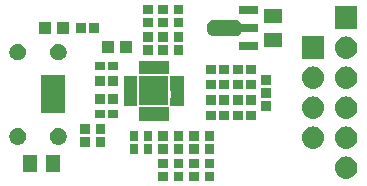
<source format=gts>
G04 #@! TF.GenerationSoftware,KiCad,Pcbnew,5.0.1-33cea8e~68~ubuntu18.04.1*
G04 #@! TF.CreationDate,2018-11-24T10:41:29+01:00*
G04 #@! TF.ProjectId,FT230XQ_breakout,465432333058515F627265616B6F7574,rev?*
G04 #@! TF.SameCoordinates,Original*
G04 #@! TF.FileFunction,Soldermask,Top*
G04 #@! TF.FilePolarity,Negative*
%FSLAX46Y46*%
G04 Gerber Fmt 4.6, Leading zero omitted, Abs format (unit mm)*
G04 Created by KiCad (PCBNEW 5.0.1-33cea8e~68~ubuntu18.04.1) date za 24 nov 2018 10:41:29 CET*
%MOMM*%
%LPD*%
G01*
G04 APERTURE LIST*
%ADD10C,0.100000*%
G04 APERTURE END LIST*
D10*
G36*
X160400000Y-75350000D02*
X159600000Y-75350000D01*
X159600000Y-74550000D01*
X160400000Y-74550000D01*
X160400000Y-75350000D01*
X160400000Y-75350000D01*
G37*
G36*
X159100000Y-75350000D02*
X158300000Y-75350000D01*
X158300000Y-74550000D01*
X159100000Y-74550000D01*
X159100000Y-75350000D01*
X159100000Y-75350000D01*
G37*
G36*
X163000000Y-75350000D02*
X162200000Y-75350000D01*
X162200000Y-74550000D01*
X163000000Y-74550000D01*
X163000000Y-75350000D01*
X163000000Y-75350000D01*
G37*
G36*
X161700000Y-75350000D02*
X160900000Y-75350000D01*
X160900000Y-74550000D01*
X161700000Y-74550000D01*
X161700000Y-75350000D01*
X161700000Y-75350000D01*
G37*
G36*
X174376229Y-73283745D02*
X174555308Y-73338068D01*
X174720347Y-73426283D01*
X174865001Y-73544999D01*
X174983717Y-73689653D01*
X175071932Y-73854692D01*
X175126255Y-74033771D01*
X175144597Y-74220000D01*
X175126255Y-74406229D01*
X175071932Y-74585308D01*
X174983717Y-74750347D01*
X174865001Y-74895001D01*
X174720347Y-75013717D01*
X174555308Y-75101932D01*
X174376229Y-75156255D01*
X174236671Y-75170000D01*
X174143329Y-75170000D01*
X174003771Y-75156255D01*
X173824692Y-75101932D01*
X173659653Y-75013717D01*
X173514999Y-74895001D01*
X173396283Y-74750347D01*
X173308068Y-74585308D01*
X173253745Y-74406229D01*
X173235403Y-74220000D01*
X173253745Y-74033771D01*
X173308068Y-73854692D01*
X173396283Y-73689653D01*
X173514999Y-73544999D01*
X173659653Y-73426283D01*
X173824692Y-73338068D01*
X174003771Y-73283745D01*
X174143329Y-73270000D01*
X174236671Y-73270000D01*
X174376229Y-73283745D01*
X174376229Y-73283745D01*
G37*
G36*
X148000000Y-74625000D02*
X146800000Y-74625000D01*
X146800000Y-73175000D01*
X148000000Y-73175000D01*
X148000000Y-74625000D01*
X148000000Y-74625000D01*
G37*
G36*
X150000000Y-74625000D02*
X148800000Y-74625000D01*
X148800000Y-73175000D01*
X150000000Y-73175000D01*
X150000000Y-74625000D01*
X150000000Y-74625000D01*
G37*
G36*
X163000000Y-74250000D02*
X162200000Y-74250000D01*
X162200000Y-73450000D01*
X163000000Y-73450000D01*
X163000000Y-74250000D01*
X163000000Y-74250000D01*
G37*
G36*
X159100000Y-74250000D02*
X158300000Y-74250000D01*
X158300000Y-73450000D01*
X159100000Y-73450000D01*
X159100000Y-74250000D01*
X159100000Y-74250000D01*
G37*
G36*
X161700000Y-74250000D02*
X160900000Y-74250000D01*
X160900000Y-73450000D01*
X161700000Y-73450000D01*
X161700000Y-74250000D01*
X161700000Y-74250000D01*
G37*
G36*
X160400000Y-74250000D02*
X159600000Y-74250000D01*
X159600000Y-73450000D01*
X160400000Y-73450000D01*
X160400000Y-74250000D01*
X160400000Y-74250000D01*
G37*
G36*
X163000000Y-73050000D02*
X162200000Y-73050000D01*
X162200000Y-72250000D01*
X163000000Y-72250000D01*
X163000000Y-73050000D01*
X163000000Y-73050000D01*
G37*
G36*
X161700000Y-73050000D02*
X160900000Y-73050000D01*
X160900000Y-72250000D01*
X161700000Y-72250000D01*
X161700000Y-73050000D01*
X161700000Y-73050000D01*
G37*
G36*
X160400000Y-73050000D02*
X159600000Y-73050000D01*
X159600000Y-72250000D01*
X160400000Y-72250000D01*
X160400000Y-73050000D01*
X160400000Y-73050000D01*
G37*
G36*
X159100000Y-73050000D02*
X158300000Y-73050000D01*
X158300000Y-72250000D01*
X159100000Y-72250000D01*
X159100000Y-73050000D01*
X159100000Y-73050000D01*
G37*
G36*
X156550000Y-73050000D02*
X155850000Y-73050000D01*
X155850000Y-72250000D01*
X156550000Y-72250000D01*
X156550000Y-73050000D01*
X156550000Y-73050000D01*
G37*
G36*
X157750000Y-73050000D02*
X157050000Y-73050000D01*
X157050000Y-72250000D01*
X157750000Y-72250000D01*
X157750000Y-73050000D01*
X157750000Y-73050000D01*
G37*
G36*
X174376229Y-70743745D02*
X174555308Y-70798068D01*
X174720347Y-70886283D01*
X174865001Y-71004999D01*
X174983717Y-71149653D01*
X175071932Y-71314692D01*
X175126255Y-71493771D01*
X175144597Y-71680000D01*
X175126255Y-71866229D01*
X175071932Y-72045308D01*
X174983717Y-72210347D01*
X174865001Y-72355001D01*
X174720347Y-72473717D01*
X174555308Y-72561932D01*
X174376229Y-72616255D01*
X174236671Y-72630000D01*
X174143329Y-72630000D01*
X174003771Y-72616255D01*
X173824692Y-72561932D01*
X173659653Y-72473717D01*
X173514999Y-72355001D01*
X173396283Y-72210347D01*
X173308068Y-72045308D01*
X173253745Y-71866229D01*
X173235403Y-71680000D01*
X173253745Y-71493771D01*
X173308068Y-71314692D01*
X173396283Y-71149653D01*
X173514999Y-71004999D01*
X173659653Y-70886283D01*
X173824692Y-70798068D01*
X174003771Y-70743745D01*
X174143329Y-70730000D01*
X174236671Y-70730000D01*
X174376229Y-70743745D01*
X174376229Y-70743745D01*
G37*
G36*
X171576229Y-70743745D02*
X171755308Y-70798068D01*
X171920347Y-70886283D01*
X172065001Y-71004999D01*
X172183717Y-71149653D01*
X172271932Y-71314692D01*
X172326255Y-71493771D01*
X172344597Y-71680000D01*
X172326255Y-71866229D01*
X172271932Y-72045308D01*
X172183717Y-72210347D01*
X172065001Y-72355001D01*
X171920347Y-72473717D01*
X171755308Y-72561932D01*
X171576229Y-72616255D01*
X171436671Y-72630000D01*
X171343329Y-72630000D01*
X171203771Y-72616255D01*
X171024692Y-72561932D01*
X170859653Y-72473717D01*
X170714999Y-72355001D01*
X170596283Y-72210347D01*
X170508068Y-72045308D01*
X170453745Y-71866229D01*
X170435403Y-71680000D01*
X170453745Y-71493771D01*
X170508068Y-71314692D01*
X170596283Y-71149653D01*
X170714999Y-71004999D01*
X170859653Y-70886283D01*
X171024692Y-70798068D01*
X171203771Y-70743745D01*
X171343329Y-70730000D01*
X171436671Y-70730000D01*
X171576229Y-70743745D01*
X171576229Y-70743745D01*
G37*
G36*
X152500000Y-72450000D02*
X151700000Y-72450000D01*
X151700000Y-71650000D01*
X152500000Y-71650000D01*
X152500000Y-72450000D01*
X152500000Y-72450000D01*
G37*
G36*
X153800000Y-72450000D02*
X153000000Y-72450000D01*
X153000000Y-71650000D01*
X153800000Y-71650000D01*
X153800000Y-72450000D01*
X153800000Y-72450000D01*
G37*
G36*
X149939023Y-70883967D02*
X150029184Y-70901901D01*
X150156572Y-70954666D01*
X150271225Y-71031275D01*
X150368725Y-71128775D01*
X150445334Y-71243428D01*
X150498099Y-71370816D01*
X150525000Y-71506057D01*
X150525000Y-71643943D01*
X150498099Y-71779184D01*
X150445334Y-71906572D01*
X150368725Y-72021225D01*
X150271225Y-72118725D01*
X150156572Y-72195334D01*
X150029184Y-72248099D01*
X149939023Y-72266033D01*
X149893944Y-72275000D01*
X149756056Y-72275000D01*
X149710977Y-72266033D01*
X149620816Y-72248099D01*
X149493428Y-72195334D01*
X149378775Y-72118725D01*
X149281275Y-72021225D01*
X149204666Y-71906572D01*
X149151901Y-71779184D01*
X149125000Y-71643943D01*
X149125000Y-71506057D01*
X149151901Y-71370816D01*
X149204666Y-71243428D01*
X149281275Y-71128775D01*
X149378775Y-71031275D01*
X149493428Y-70954666D01*
X149620816Y-70901901D01*
X149710977Y-70883967D01*
X149756056Y-70875000D01*
X149893944Y-70875000D01*
X149939023Y-70883967D01*
X149939023Y-70883967D01*
G37*
G36*
X146489023Y-70883967D02*
X146579184Y-70901901D01*
X146706572Y-70954666D01*
X146821225Y-71031275D01*
X146918725Y-71128775D01*
X146995334Y-71243428D01*
X147048099Y-71370816D01*
X147075000Y-71506057D01*
X147075000Y-71643943D01*
X147048099Y-71779184D01*
X146995334Y-71906572D01*
X146918725Y-72021225D01*
X146821225Y-72118725D01*
X146706572Y-72195334D01*
X146579184Y-72248099D01*
X146489023Y-72266033D01*
X146443944Y-72275000D01*
X146306056Y-72275000D01*
X146260977Y-72266033D01*
X146170816Y-72248099D01*
X146043428Y-72195334D01*
X145928775Y-72118725D01*
X145831275Y-72021225D01*
X145754666Y-71906572D01*
X145701901Y-71779184D01*
X145675000Y-71643943D01*
X145675000Y-71506057D01*
X145701901Y-71370816D01*
X145754666Y-71243428D01*
X145831275Y-71128775D01*
X145928775Y-71031275D01*
X146043428Y-70954666D01*
X146170816Y-70901901D01*
X146260977Y-70883967D01*
X146306056Y-70875000D01*
X146443944Y-70875000D01*
X146489023Y-70883967D01*
X146489023Y-70883967D01*
G37*
G36*
X160400000Y-71950000D02*
X159600000Y-71950000D01*
X159600000Y-71150000D01*
X160400000Y-71150000D01*
X160400000Y-71950000D01*
X160400000Y-71950000D01*
G37*
G36*
X156550000Y-71950000D02*
X155850000Y-71950000D01*
X155850000Y-71150000D01*
X156550000Y-71150000D01*
X156550000Y-71950000D01*
X156550000Y-71950000D01*
G37*
G36*
X163000000Y-71950000D02*
X162200000Y-71950000D01*
X162200000Y-71150000D01*
X163000000Y-71150000D01*
X163000000Y-71950000D01*
X163000000Y-71950000D01*
G37*
G36*
X161700000Y-71950000D02*
X160900000Y-71950000D01*
X160900000Y-71150000D01*
X161700000Y-71150000D01*
X161700000Y-71950000D01*
X161700000Y-71950000D01*
G37*
G36*
X159100000Y-71950000D02*
X158300000Y-71950000D01*
X158300000Y-71150000D01*
X159100000Y-71150000D01*
X159100000Y-71950000D01*
X159100000Y-71950000D01*
G37*
G36*
X157750000Y-71950000D02*
X157050000Y-71950000D01*
X157050000Y-71150000D01*
X157750000Y-71150000D01*
X157750000Y-71950000D01*
X157750000Y-71950000D01*
G37*
G36*
X152500000Y-71350000D02*
X151700000Y-71350000D01*
X151700000Y-70550000D01*
X152500000Y-70550000D01*
X152500000Y-71350000D01*
X152500000Y-71350000D01*
G37*
G36*
X153800000Y-71350000D02*
X153000000Y-71350000D01*
X153000000Y-70550000D01*
X153800000Y-70550000D01*
X153800000Y-71350000D01*
X153800000Y-71350000D01*
G37*
G36*
X159175000Y-70250000D02*
X156625000Y-70250000D01*
X156625000Y-69100000D01*
X159175000Y-69100000D01*
X159175000Y-70250000D01*
X159175000Y-70250000D01*
G37*
G36*
X165450000Y-70200000D02*
X164650000Y-70200000D01*
X164650000Y-69400000D01*
X165450000Y-69400000D01*
X165450000Y-70200000D01*
X165450000Y-70200000D01*
G37*
G36*
X166550000Y-70200000D02*
X165750000Y-70200000D01*
X165750000Y-69400000D01*
X166550000Y-69400000D01*
X166550000Y-70200000D01*
X166550000Y-70200000D01*
G37*
G36*
X164250000Y-70200000D02*
X163450000Y-70200000D01*
X163450000Y-69400000D01*
X164250000Y-69400000D01*
X164250000Y-70200000D01*
X164250000Y-70200000D01*
G37*
G36*
X163150000Y-70200000D02*
X162350000Y-70200000D01*
X162350000Y-69400000D01*
X163150000Y-69400000D01*
X163150000Y-70200000D01*
X163150000Y-70200000D01*
G37*
G36*
X171576229Y-68203745D02*
X171755308Y-68258068D01*
X171920347Y-68346283D01*
X172065001Y-68464999D01*
X172183717Y-68609653D01*
X172271932Y-68774692D01*
X172326255Y-68953771D01*
X172344597Y-69140000D01*
X172326255Y-69326229D01*
X172271932Y-69505308D01*
X172183717Y-69670347D01*
X172065001Y-69815001D01*
X171920347Y-69933717D01*
X171755308Y-70021932D01*
X171576229Y-70076255D01*
X171436671Y-70090000D01*
X171343329Y-70090000D01*
X171203771Y-70076255D01*
X171024692Y-70021932D01*
X170859653Y-69933717D01*
X170714999Y-69815001D01*
X170596283Y-69670347D01*
X170508068Y-69505308D01*
X170453745Y-69326229D01*
X170435403Y-69140000D01*
X170453745Y-68953771D01*
X170508068Y-68774692D01*
X170596283Y-68609653D01*
X170714999Y-68464999D01*
X170859653Y-68346283D01*
X171024692Y-68258068D01*
X171203771Y-68203745D01*
X171343329Y-68190000D01*
X171436671Y-68190000D01*
X171576229Y-68203745D01*
X171576229Y-68203745D01*
G37*
G36*
X174376229Y-68203745D02*
X174555308Y-68258068D01*
X174720347Y-68346283D01*
X174865001Y-68464999D01*
X174983717Y-68609653D01*
X175071932Y-68774692D01*
X175126255Y-68953771D01*
X175144597Y-69140000D01*
X175126255Y-69326229D01*
X175071932Y-69505308D01*
X174983717Y-69670347D01*
X174865001Y-69815001D01*
X174720347Y-69933717D01*
X174555308Y-70021932D01*
X174376229Y-70076255D01*
X174236671Y-70090000D01*
X174143329Y-70090000D01*
X174003771Y-70076255D01*
X173824692Y-70021932D01*
X173659653Y-69933717D01*
X173514999Y-69815001D01*
X173396283Y-69670347D01*
X173308068Y-69505308D01*
X173253745Y-69326229D01*
X173235403Y-69140000D01*
X173253745Y-68953771D01*
X173308068Y-68774692D01*
X173396283Y-68609653D01*
X173514999Y-68464999D01*
X173659653Y-68346283D01*
X173824692Y-68258068D01*
X174003771Y-68203745D01*
X174143329Y-68190000D01*
X174236671Y-68190000D01*
X174376229Y-68203745D01*
X174376229Y-68203745D01*
G37*
G36*
X153750000Y-70050000D02*
X152950000Y-70050000D01*
X152950000Y-69350000D01*
X153750000Y-69350000D01*
X153750000Y-70050000D01*
X153750000Y-70050000D01*
G37*
G36*
X154850000Y-70050000D02*
X154050000Y-70050000D01*
X154050000Y-69350000D01*
X154850000Y-69350000D01*
X154850000Y-70050000D01*
X154850000Y-70050000D01*
G37*
G36*
X150425000Y-69600000D02*
X148375000Y-69600000D01*
X148375000Y-66400000D01*
X150425000Y-66400000D01*
X150425000Y-69600000D01*
X150425000Y-69600000D01*
G37*
G36*
X167800000Y-69400000D02*
X167000000Y-69400000D01*
X167000000Y-68600000D01*
X167800000Y-68600000D01*
X167800000Y-69400000D01*
X167800000Y-69400000D01*
G37*
G36*
X160450000Y-67674200D02*
X160450976Y-67684111D01*
X160453867Y-67693640D01*
X160458561Y-67702423D01*
X160464879Y-67710121D01*
X160472577Y-67716439D01*
X160475000Y-67717734D01*
X160475000Y-68332266D01*
X160472577Y-68333561D01*
X160464879Y-68339879D01*
X160458561Y-68347577D01*
X160453867Y-68356360D01*
X160450976Y-68365889D01*
X160450000Y-68375800D01*
X160450000Y-68975000D01*
X159300000Y-68975000D01*
X159300000Y-68367734D01*
X159302423Y-68366439D01*
X159310121Y-68360121D01*
X159316439Y-68352423D01*
X159321133Y-68343640D01*
X159324024Y-68334111D01*
X159325000Y-68324200D01*
X159325000Y-67725800D01*
X159324024Y-67715889D01*
X159321133Y-67706360D01*
X159316439Y-67697577D01*
X159310121Y-67689879D01*
X159302423Y-67683561D01*
X159300000Y-67682266D01*
X159300000Y-66425000D01*
X160450000Y-66425000D01*
X160450000Y-67674200D01*
X160450000Y-67674200D01*
G37*
G36*
X156500000Y-68975000D02*
X155350000Y-68975000D01*
X155350000Y-66425000D01*
X156500000Y-66425000D01*
X156500000Y-68975000D01*
X156500000Y-68975000D01*
G37*
G36*
X159150000Y-68950000D02*
X156650000Y-68950000D01*
X156650000Y-66450000D01*
X159150000Y-66450000D01*
X159150000Y-68950000D01*
X159150000Y-68950000D01*
G37*
G36*
X163150000Y-68900000D02*
X162350000Y-68900000D01*
X162350000Y-68100000D01*
X163150000Y-68100000D01*
X163150000Y-68900000D01*
X163150000Y-68900000D01*
G37*
G36*
X164250000Y-68900000D02*
X163450000Y-68900000D01*
X163450000Y-68100000D01*
X164250000Y-68100000D01*
X164250000Y-68900000D01*
X164250000Y-68900000D01*
G37*
G36*
X165450000Y-68900000D02*
X164650000Y-68900000D01*
X164650000Y-68100000D01*
X165450000Y-68100000D01*
X165450000Y-68900000D01*
X165450000Y-68900000D01*
G37*
G36*
X166550000Y-68900000D02*
X165750000Y-68900000D01*
X165750000Y-68100000D01*
X166550000Y-68100000D01*
X166550000Y-68900000D01*
X166550000Y-68900000D01*
G37*
G36*
X153750000Y-68800000D02*
X152950000Y-68800000D01*
X152950000Y-68000000D01*
X153750000Y-68000000D01*
X153750000Y-68800000D01*
X153750000Y-68800000D01*
G37*
G36*
X154850000Y-68800000D02*
X154050000Y-68800000D01*
X154050000Y-68000000D01*
X154850000Y-68000000D01*
X154850000Y-68800000D01*
X154850000Y-68800000D01*
G37*
G36*
X167800000Y-68300000D02*
X167000000Y-68300000D01*
X167000000Y-67500000D01*
X167800000Y-67500000D01*
X167800000Y-68300000D01*
X167800000Y-68300000D01*
G37*
G36*
X164250000Y-67600000D02*
X163450000Y-67600000D01*
X163450000Y-66800000D01*
X164250000Y-66800000D01*
X164250000Y-67600000D01*
X164250000Y-67600000D01*
G37*
G36*
X165450000Y-67600000D02*
X164650000Y-67600000D01*
X164650000Y-66800000D01*
X165450000Y-66800000D01*
X165450000Y-67600000D01*
X165450000Y-67600000D01*
G37*
G36*
X166550000Y-67600000D02*
X165750000Y-67600000D01*
X165750000Y-66800000D01*
X166550000Y-66800000D01*
X166550000Y-67600000D01*
X166550000Y-67600000D01*
G37*
G36*
X163150000Y-67600000D02*
X162350000Y-67600000D01*
X162350000Y-66800000D01*
X163150000Y-66800000D01*
X163150000Y-67600000D01*
X163150000Y-67600000D01*
G37*
G36*
X174376229Y-65663745D02*
X174555308Y-65718068D01*
X174720347Y-65806283D01*
X174865001Y-65924999D01*
X174983717Y-66069653D01*
X175071932Y-66234692D01*
X175126255Y-66413771D01*
X175144597Y-66600000D01*
X175126255Y-66786229D01*
X175071932Y-66965308D01*
X174983717Y-67130347D01*
X174865001Y-67275001D01*
X174720347Y-67393717D01*
X174555308Y-67481932D01*
X174376229Y-67536255D01*
X174236671Y-67550000D01*
X174143329Y-67550000D01*
X174003771Y-67536255D01*
X173824692Y-67481932D01*
X173659653Y-67393717D01*
X173514999Y-67275001D01*
X173396283Y-67130347D01*
X173308068Y-66965308D01*
X173253745Y-66786229D01*
X173235403Y-66600000D01*
X173253745Y-66413771D01*
X173308068Y-66234692D01*
X173396283Y-66069653D01*
X173514999Y-65924999D01*
X173659653Y-65806283D01*
X173824692Y-65718068D01*
X174003771Y-65663745D01*
X174143329Y-65650000D01*
X174236671Y-65650000D01*
X174376229Y-65663745D01*
X174376229Y-65663745D01*
G37*
G36*
X171576229Y-65663745D02*
X171755308Y-65718068D01*
X171920347Y-65806283D01*
X172065001Y-65924999D01*
X172183717Y-66069653D01*
X172271932Y-66234692D01*
X172326255Y-66413771D01*
X172344597Y-66600000D01*
X172326255Y-66786229D01*
X172271932Y-66965308D01*
X172183717Y-67130347D01*
X172065001Y-67275001D01*
X171920347Y-67393717D01*
X171755308Y-67481932D01*
X171576229Y-67536255D01*
X171436671Y-67550000D01*
X171343329Y-67550000D01*
X171203771Y-67536255D01*
X171024692Y-67481932D01*
X170859653Y-67393717D01*
X170714999Y-67275001D01*
X170596283Y-67130347D01*
X170508068Y-66965308D01*
X170453745Y-66786229D01*
X170435403Y-66600000D01*
X170453745Y-66413771D01*
X170508068Y-66234692D01*
X170596283Y-66069653D01*
X170714999Y-65924999D01*
X170859653Y-65806283D01*
X171024692Y-65718068D01*
X171203771Y-65663745D01*
X171343329Y-65650000D01*
X171436671Y-65650000D01*
X171576229Y-65663745D01*
X171576229Y-65663745D01*
G37*
G36*
X154850000Y-67300000D02*
X154050000Y-67300000D01*
X154050000Y-66500000D01*
X154850000Y-66500000D01*
X154850000Y-67300000D01*
X154850000Y-67300000D01*
G37*
G36*
X153750000Y-67300000D02*
X152950000Y-67300000D01*
X152950000Y-66500000D01*
X153750000Y-66500000D01*
X153750000Y-67300000D01*
X153750000Y-67300000D01*
G37*
G36*
X167800000Y-67200000D02*
X167000000Y-67200000D01*
X167000000Y-66400000D01*
X167800000Y-66400000D01*
X167800000Y-67200000D01*
X167800000Y-67200000D01*
G37*
G36*
X159175000Y-66300000D02*
X156625000Y-66300000D01*
X156625000Y-65150000D01*
X159175000Y-65150000D01*
X159175000Y-66300000D01*
X159175000Y-66300000D01*
G37*
G36*
X163150000Y-66300000D02*
X162350000Y-66300000D01*
X162350000Y-65500000D01*
X163150000Y-65500000D01*
X163150000Y-66300000D01*
X163150000Y-66300000D01*
G37*
G36*
X166550000Y-66300000D02*
X165750000Y-66300000D01*
X165750000Y-65500000D01*
X166550000Y-65500000D01*
X166550000Y-66300000D01*
X166550000Y-66300000D01*
G37*
G36*
X165450000Y-66300000D02*
X164650000Y-66300000D01*
X164650000Y-65500000D01*
X165450000Y-65500000D01*
X165450000Y-66300000D01*
X165450000Y-66300000D01*
G37*
G36*
X164250000Y-66300000D02*
X163450000Y-66300000D01*
X163450000Y-65500000D01*
X164250000Y-65500000D01*
X164250000Y-66300000D01*
X164250000Y-66300000D01*
G37*
G36*
X154850000Y-65950000D02*
X154050000Y-65950000D01*
X154050000Y-65250000D01*
X154850000Y-65250000D01*
X154850000Y-65950000D01*
X154850000Y-65950000D01*
G37*
G36*
X153750000Y-65950000D02*
X152950000Y-65950000D01*
X152950000Y-65250000D01*
X153750000Y-65250000D01*
X153750000Y-65950000D01*
X153750000Y-65950000D01*
G37*
G36*
X149939023Y-63733967D02*
X150029184Y-63751901D01*
X150156572Y-63804666D01*
X150271225Y-63881275D01*
X150368725Y-63978775D01*
X150445334Y-64093428D01*
X150498099Y-64220816D01*
X150525000Y-64356057D01*
X150525000Y-64493943D01*
X150498099Y-64629184D01*
X150445334Y-64756572D01*
X150368725Y-64871225D01*
X150271225Y-64968725D01*
X150156572Y-65045334D01*
X150029184Y-65098099D01*
X149939023Y-65116033D01*
X149893944Y-65125000D01*
X149756056Y-65125000D01*
X149710977Y-65116033D01*
X149620816Y-65098099D01*
X149493428Y-65045334D01*
X149378775Y-64968725D01*
X149281275Y-64871225D01*
X149204666Y-64756572D01*
X149151901Y-64629184D01*
X149125000Y-64493943D01*
X149125000Y-64356057D01*
X149151901Y-64220816D01*
X149204666Y-64093428D01*
X149281275Y-63978775D01*
X149378775Y-63881275D01*
X149493428Y-63804666D01*
X149620816Y-63751901D01*
X149710977Y-63733967D01*
X149756056Y-63725000D01*
X149893944Y-63725000D01*
X149939023Y-63733967D01*
X149939023Y-63733967D01*
G37*
G36*
X146489023Y-63733967D02*
X146579184Y-63751901D01*
X146706572Y-63804666D01*
X146821225Y-63881275D01*
X146918725Y-63978775D01*
X146995334Y-64093428D01*
X147048099Y-64220816D01*
X147075000Y-64356057D01*
X147075000Y-64493943D01*
X147048099Y-64629184D01*
X146995334Y-64756572D01*
X146918725Y-64871225D01*
X146821225Y-64968725D01*
X146706572Y-65045334D01*
X146579184Y-65098099D01*
X146489023Y-65116033D01*
X146443944Y-65125000D01*
X146306056Y-65125000D01*
X146260977Y-65116033D01*
X146170816Y-65098099D01*
X146043428Y-65045334D01*
X145928775Y-64968725D01*
X145831275Y-64871225D01*
X145754666Y-64756572D01*
X145701901Y-64629184D01*
X145675000Y-64493943D01*
X145675000Y-64356057D01*
X145701901Y-64220816D01*
X145754666Y-64093428D01*
X145831275Y-63978775D01*
X145928775Y-63881275D01*
X146043428Y-63804666D01*
X146170816Y-63751901D01*
X146260977Y-63733967D01*
X146306056Y-63725000D01*
X146443944Y-63725000D01*
X146489023Y-63733967D01*
X146489023Y-63733967D01*
G37*
G36*
X174376229Y-63123745D02*
X174555308Y-63178068D01*
X174720347Y-63266283D01*
X174865001Y-63384999D01*
X174983717Y-63529653D01*
X175071932Y-63694692D01*
X175126255Y-63873771D01*
X175144597Y-64060000D01*
X175126255Y-64246229D01*
X175071932Y-64425308D01*
X174983717Y-64590347D01*
X174865001Y-64735001D01*
X174720347Y-64853717D01*
X174555308Y-64941932D01*
X174376229Y-64996255D01*
X174236671Y-65010000D01*
X174143329Y-65010000D01*
X174003771Y-64996255D01*
X173824692Y-64941932D01*
X173659653Y-64853717D01*
X173514999Y-64735001D01*
X173396283Y-64590347D01*
X173308068Y-64425308D01*
X173253745Y-64246229D01*
X173235403Y-64060000D01*
X173253745Y-63873771D01*
X173308068Y-63694692D01*
X173396283Y-63529653D01*
X173514999Y-63384999D01*
X173659653Y-63266283D01*
X173824692Y-63178068D01*
X174003771Y-63123745D01*
X174143329Y-63110000D01*
X174236671Y-63110000D01*
X174376229Y-63123745D01*
X174376229Y-63123745D01*
G37*
G36*
X172340000Y-65010000D02*
X170440000Y-65010000D01*
X170440000Y-63110000D01*
X172340000Y-63110000D01*
X172340000Y-65010000D01*
X172340000Y-65010000D01*
G37*
G36*
X157800000Y-64650000D02*
X157000000Y-64650000D01*
X157000000Y-63850000D01*
X157800000Y-63850000D01*
X157800000Y-64650000D01*
X157800000Y-64650000D01*
G37*
G36*
X159100000Y-64650000D02*
X158300000Y-64650000D01*
X158300000Y-63850000D01*
X159100000Y-63850000D01*
X159100000Y-64650000D01*
X159100000Y-64650000D01*
G37*
G36*
X160400000Y-64650000D02*
X159600000Y-64650000D01*
X159600000Y-63850000D01*
X160400000Y-63850000D01*
X160400000Y-64650000D01*
X160400000Y-64650000D01*
G37*
G36*
X154550000Y-64475000D02*
X153550000Y-64475000D01*
X153550000Y-63525000D01*
X154550000Y-63525000D01*
X154550000Y-64475000D01*
X154550000Y-64475000D01*
G37*
G36*
X156050000Y-64475000D02*
X155050000Y-64475000D01*
X155050000Y-63525000D01*
X156050000Y-63525000D01*
X156050000Y-64475000D01*
X156050000Y-64475000D01*
G37*
G36*
X166700000Y-64240000D02*
X165100000Y-64240000D01*
X165100000Y-63560000D01*
X166700000Y-63560000D01*
X166700000Y-64240000D01*
X166700000Y-64240000D01*
G37*
G36*
X168725000Y-64000000D02*
X167275000Y-64000000D01*
X167275000Y-62800000D01*
X168725000Y-62800000D01*
X168725000Y-64000000D01*
X168725000Y-64000000D01*
G37*
G36*
X159100000Y-63550000D02*
X158300000Y-63550000D01*
X158300000Y-62750000D01*
X159100000Y-62750000D01*
X159100000Y-63550000D01*
X159100000Y-63550000D01*
G37*
G36*
X157800000Y-63550000D02*
X157000000Y-63550000D01*
X157000000Y-62750000D01*
X157800000Y-62750000D01*
X157800000Y-63550000D01*
X157800000Y-63550000D01*
G37*
G36*
X160400000Y-63550000D02*
X159600000Y-63550000D01*
X159600000Y-62750000D01*
X160400000Y-62750000D01*
X160400000Y-63550000D01*
X160400000Y-63550000D01*
G37*
G36*
X164862224Y-61710128D02*
X164994175Y-61750155D01*
X165115781Y-61815155D01*
X165222370Y-61902630D01*
X165309845Y-62009219D01*
X165322642Y-62033161D01*
X165328166Y-62041427D01*
X165335208Y-62048469D01*
X165343488Y-62054002D01*
X165352688Y-62057813D01*
X165362456Y-62059755D01*
X165367435Y-62060000D01*
X166700000Y-62060000D01*
X166700000Y-62740000D01*
X165367435Y-62740000D01*
X165357524Y-62740976D01*
X165347995Y-62743867D01*
X165339212Y-62748561D01*
X165331514Y-62754879D01*
X165325196Y-62762577D01*
X165322650Y-62766825D01*
X165309845Y-62790781D01*
X165222370Y-62897370D01*
X165115781Y-62984845D01*
X164994175Y-63049845D01*
X164862224Y-63089872D01*
X164759390Y-63100000D01*
X163040610Y-63100000D01*
X162937776Y-63089872D01*
X162805825Y-63049845D01*
X162684219Y-62984845D01*
X162577630Y-62897370D01*
X162490155Y-62790781D01*
X162425155Y-62669175D01*
X162385128Y-62537224D01*
X162371613Y-62400000D01*
X162385128Y-62262776D01*
X162425155Y-62130825D01*
X162490155Y-62009219D01*
X162577630Y-61902630D01*
X162684219Y-61815155D01*
X162805825Y-61750155D01*
X162937776Y-61710128D01*
X163040610Y-61700000D01*
X164759390Y-61700000D01*
X164862224Y-61710128D01*
X164862224Y-61710128D01*
G37*
G36*
X150700000Y-62875000D02*
X149700000Y-62875000D01*
X149700000Y-61925000D01*
X150700000Y-61925000D01*
X150700000Y-62875000D01*
X150700000Y-62875000D01*
G37*
G36*
X149200000Y-62875000D02*
X148200000Y-62875000D01*
X148200000Y-61925000D01*
X149200000Y-61925000D01*
X149200000Y-62875000D01*
X149200000Y-62875000D01*
G37*
G36*
X153250000Y-62800000D02*
X152450000Y-62800000D01*
X152450000Y-62000000D01*
X153250000Y-62000000D01*
X153250000Y-62800000D01*
X153250000Y-62800000D01*
G37*
G36*
X152150000Y-62800000D02*
X151350000Y-62800000D01*
X151350000Y-62000000D01*
X152150000Y-62000000D01*
X152150000Y-62800000D01*
X152150000Y-62800000D01*
G37*
G36*
X175140000Y-62470000D02*
X173240000Y-62470000D01*
X173240000Y-60570000D01*
X175140000Y-60570000D01*
X175140000Y-62470000D01*
X175140000Y-62470000D01*
G37*
G36*
X160400000Y-62350000D02*
X159600000Y-62350000D01*
X159600000Y-61550000D01*
X160400000Y-61550000D01*
X160400000Y-62350000D01*
X160400000Y-62350000D01*
G37*
G36*
X159100000Y-62350000D02*
X158300000Y-62350000D01*
X158300000Y-61550000D01*
X159100000Y-61550000D01*
X159100000Y-62350000D01*
X159100000Y-62350000D01*
G37*
G36*
X157800000Y-62350000D02*
X157000000Y-62350000D01*
X157000000Y-61550000D01*
X157800000Y-61550000D01*
X157800000Y-62350000D01*
X157800000Y-62350000D01*
G37*
G36*
X168725000Y-62000000D02*
X167275000Y-62000000D01*
X167275000Y-60800000D01*
X168725000Y-60800000D01*
X168725000Y-62000000D01*
X168725000Y-62000000D01*
G37*
G36*
X157800000Y-61250000D02*
X157000000Y-61250000D01*
X157000000Y-60450000D01*
X157800000Y-60450000D01*
X157800000Y-61250000D01*
X157800000Y-61250000D01*
G37*
G36*
X160400000Y-61250000D02*
X159600000Y-61250000D01*
X159600000Y-60450000D01*
X160400000Y-60450000D01*
X160400000Y-61250000D01*
X160400000Y-61250000D01*
G37*
G36*
X159100000Y-61250000D02*
X158300000Y-61250000D01*
X158300000Y-60450000D01*
X159100000Y-60450000D01*
X159100000Y-61250000D01*
X159100000Y-61250000D01*
G37*
G36*
X166700000Y-61240000D02*
X165100000Y-61240000D01*
X165100000Y-60560000D01*
X166700000Y-60560000D01*
X166700000Y-61240000D01*
X166700000Y-61240000D01*
G37*
M02*

</source>
